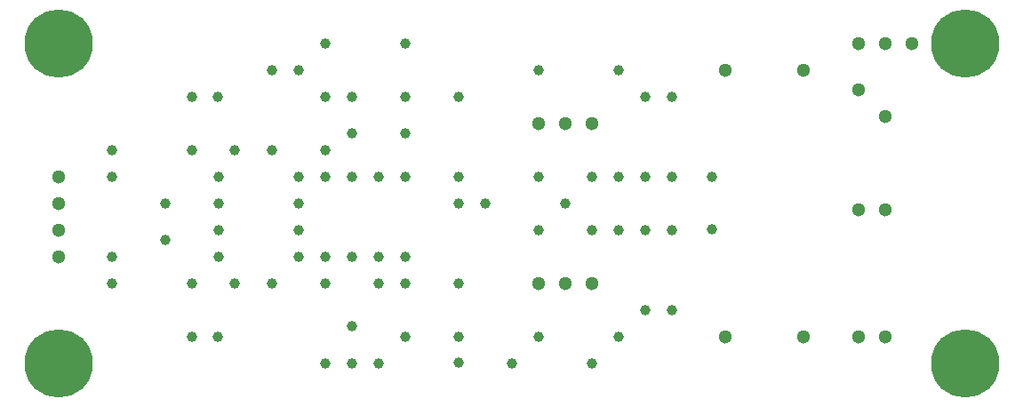
<source format=gts>
G71*G90*G75*D02*
%ASAXBY*OFA0B0*MOMM*FSLAX43Y43*IPPOS*%
%ADD16C,1.000*%
%ADD18C,1.300*%
%ADD24C,6.500*%
G54D18*
G01X190500Y104140D03*
X187960D03*
X185420D03*
G54D16*
Y109220D03*
X190500D03*
X193040D03*
Y114300D03*
X190500D03*
X185420D03*
G54D18*
X190500Y119380D03*
X187960D03*
X185420D03*
G54D16*
X195580Y121920D03*
Y114300D03*
Y109220D03*
Y101600D03*
X193040Y124460D03*
X185420D03*
X193040Y99060D03*
X185420D03*
G54D18*
X203200Y124460D03*
X210700D03*
X203200Y99060D03*
X210700D03*
G54D16*
X198120Y121920D03*
Y114300D03*
Y109220D03*
Y101600D03*
X177800Y111760D03*
Y104140D03*
Y99060D03*
Y96560D03*
X172720Y106680D03*
X170180D03*
X167640D03*
X165100D03*
X172720Y114300D03*
X170180D03*
X167640D03*
X165100D03*
X172720Y104140D03*
Y99060D03*
X165100Y116840D03*
Y121920D03*
X172720Y127000D03*
X165100D03*
X170180Y104140D03*
Y96520D03*
X165100Y104140D03*
Y96520D03*
X167640D03*
Y100020D03*
X190500Y96520D03*
X182880D03*
X162560Y114300D03*
X154940D03*
X162560Y111760D03*
X154940D03*
X162560Y109220D03*
X154940D03*
X162560Y106680D03*
X154940D03*
X152400Y99060D03*
X154900D03*
X152400Y121920D03*
X154900D03*
X160020Y116840D03*
X156520D03*
X160020Y104140D03*
X156520D03*
X162560Y124460D03*
X160060D03*
X172720Y121920D03*
Y118420D03*
X167640Y121920D03*
Y118420D03*
X177800Y121920D03*
Y114300D03*
X187960Y111760D03*
X180340D03*
X152400Y116840D03*
X144780D03*
X152400Y104140D03*
X144780D03*
Y114300D03*
Y106680D03*
X149860Y111760D03*
Y108260D03*
G54D18*
X215900Y122555D03*
X218440Y120015D03*
Y111125D03*
X215900D03*
G54D16*
X201930Y114300D03*
Y109300D03*
G54D24*
X226060Y127000D03*
Y96520D03*
G54D18*
X215900Y127000D03*
X218440D03*
X220980D03*
X215900Y99060D03*
X218440D03*
X139700Y114300D03*
Y111760D03*
Y109220D03*
G54D24*
Y127000D03*
Y96520D03*
G54D18*
Y106680D03*
G01X0Y0D02*
M02*

</source>
